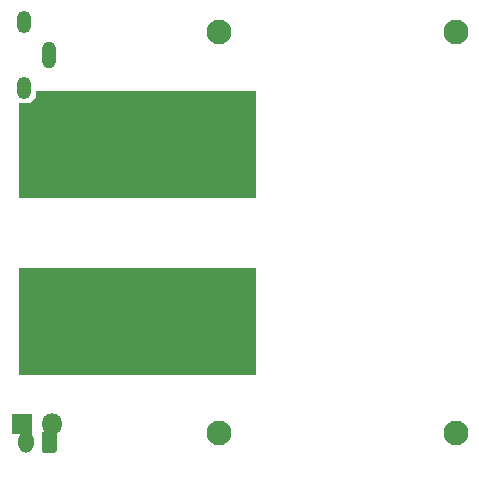
<source format=gbr>
%TF.GenerationSoftware,KiCad,Pcbnew,(5.1.6)-1*%
%TF.CreationDate,2020-11-11T17:37:01-05:00*%
%TF.ProjectId,HP_classic,48505f63-6c61-4737-9369-632e6b696361,rev?*%
%TF.SameCoordinates,Original*%
%TF.FileFunction,Soldermask,Bot*%
%TF.FilePolarity,Negative*%
%FSLAX46Y46*%
G04 Gerber Fmt 4.6, Leading zero omitted, Abs format (unit mm)*
G04 Created by KiCad (PCBNEW (5.1.6)-1) date 2020-11-11 17:37:01*
%MOMM*%
%LPD*%
G01*
G04 APERTURE LIST*
%ADD10C,0.100000*%
%ADD11R,1.800000X1.800000*%
%ADD12O,1.800000X1.800000*%
%ADD13O,1.200000X1.900000*%
%ADD14O,1.200000X2.300000*%
%ADD15O,1.300000X1.850000*%
%ADD16C,2.100000*%
G04 APERTURE END LIST*
D10*
G36*
X172000000Y-122000000D02*
G01*
X152000000Y-122000000D01*
X152000000Y-114000000D01*
X153000000Y-114000000D01*
X153500000Y-113500000D01*
X153500000Y-113000000D01*
X172000000Y-113000000D01*
X172000000Y-122000000D01*
G37*
X172000000Y-122000000D02*
X152000000Y-122000000D01*
X152000000Y-114000000D01*
X153000000Y-114000000D01*
X153500000Y-113500000D01*
X153500000Y-113000000D01*
X172000000Y-113000000D01*
X172000000Y-122000000D01*
G36*
X172000000Y-137000000D02*
G01*
X152000000Y-137000000D01*
X152000000Y-128000000D01*
X172000000Y-128000000D01*
X172000000Y-137000000D01*
G37*
X172000000Y-137000000D02*
X152000000Y-137000000D01*
X152000000Y-128000000D01*
X172000000Y-128000000D01*
X172000000Y-137000000D01*
D11*
%TO.C,J3*%
X152300000Y-141200000D03*
D12*
X154840000Y-141200000D03*
%TD*%
D13*
%TO.C,J1*%
X152425000Y-112800000D03*
X152425000Y-107200000D03*
D14*
X154575000Y-110000000D03*
%TD*%
%TO.C,J2*%
G36*
G01*
X155250000Y-142095832D02*
X155250000Y-143404168D01*
G75*
G02*
X154979168Y-143675000I-270832J0D01*
G01*
X154220832Y-143675000D01*
G75*
G02*
X153950000Y-143404168I0J270832D01*
G01*
X153950000Y-142095832D01*
G75*
G02*
X154220832Y-141825000I270832J0D01*
G01*
X154979168Y-141825000D01*
G75*
G02*
X155250000Y-142095832I0J-270832D01*
G01*
G37*
D15*
X152600000Y-142750000D03*
%TD*%
D16*
%TO.C,H1*%
X189000000Y-108000000D03*
%TD*%
%TO.C,H2*%
X169000000Y-108000000D03*
%TD*%
%TO.C,H3*%
X189000000Y-142000000D03*
%TD*%
%TO.C,H4*%
X169000000Y-142000000D03*
%TD*%
M02*

</source>
